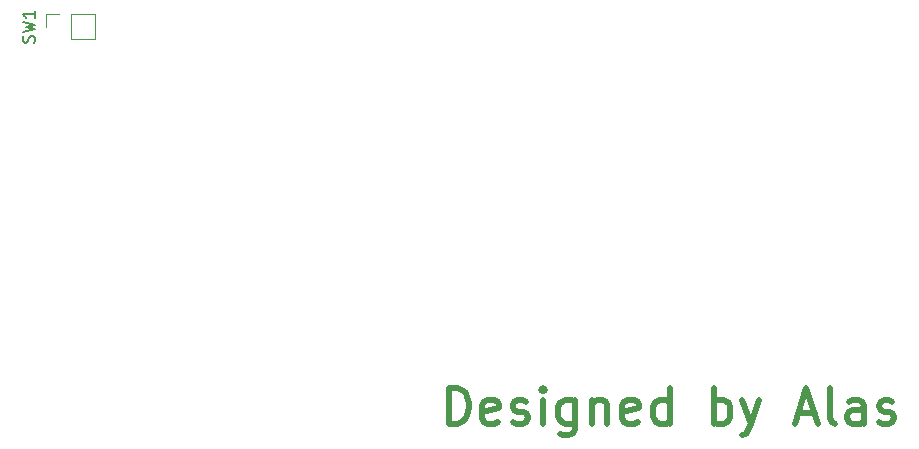
<source format=gbr>
G04 #@! TF.GenerationSoftware,KiCad,Pcbnew,(5.1.5)-3*
G04 #@! TF.CreationDate,2020-04-19T20:31:16-04:00*
G04 #@! TF.ProjectId,Squid60,53717569-6436-4302-9e6b-696361645f70,rev?*
G04 #@! TF.SameCoordinates,Original*
G04 #@! TF.FileFunction,Legend,Top*
G04 #@! TF.FilePolarity,Positive*
%FSLAX46Y46*%
G04 Gerber Fmt 4.6, Leading zero omitted, Abs format (unit mm)*
G04 Created by KiCad (PCBNEW (5.1.5)-3) date 2020-04-19 20:31:16*
%MOMM*%
%LPD*%
G04 APERTURE LIST*
%ADD10C,0.500000*%
%ADD11C,0.120000*%
%ADD12C,0.150000*%
G04 APERTURE END LIST*
D10*
X86789385Y-109281742D02*
X86789385Y-106281742D01*
X87503671Y-106281742D01*
X87932242Y-106424600D01*
X88217957Y-106710314D01*
X88360814Y-106996028D01*
X88503671Y-107567457D01*
X88503671Y-107996028D01*
X88360814Y-108567457D01*
X88217957Y-108853171D01*
X87932242Y-109138885D01*
X87503671Y-109281742D01*
X86789385Y-109281742D01*
X90932242Y-109138885D02*
X90646528Y-109281742D01*
X90075100Y-109281742D01*
X89789385Y-109138885D01*
X89646528Y-108853171D01*
X89646528Y-107710314D01*
X89789385Y-107424600D01*
X90075100Y-107281742D01*
X90646528Y-107281742D01*
X90932242Y-107424600D01*
X91075100Y-107710314D01*
X91075100Y-107996028D01*
X89646528Y-108281742D01*
X92217957Y-109138885D02*
X92503671Y-109281742D01*
X93075100Y-109281742D01*
X93360814Y-109138885D01*
X93503671Y-108853171D01*
X93503671Y-108710314D01*
X93360814Y-108424600D01*
X93075100Y-108281742D01*
X92646528Y-108281742D01*
X92360814Y-108138885D01*
X92217957Y-107853171D01*
X92217957Y-107710314D01*
X92360814Y-107424600D01*
X92646528Y-107281742D01*
X93075100Y-107281742D01*
X93360814Y-107424600D01*
X94789385Y-109281742D02*
X94789385Y-107281742D01*
X94789385Y-106281742D02*
X94646528Y-106424600D01*
X94789385Y-106567457D01*
X94932242Y-106424600D01*
X94789385Y-106281742D01*
X94789385Y-106567457D01*
X97503671Y-107281742D02*
X97503671Y-109710314D01*
X97360814Y-109996028D01*
X97217957Y-110138885D01*
X96932242Y-110281742D01*
X96503671Y-110281742D01*
X96217957Y-110138885D01*
X97503671Y-109138885D02*
X97217957Y-109281742D01*
X96646528Y-109281742D01*
X96360814Y-109138885D01*
X96217957Y-108996028D01*
X96075100Y-108710314D01*
X96075100Y-107853171D01*
X96217957Y-107567457D01*
X96360814Y-107424600D01*
X96646528Y-107281742D01*
X97217957Y-107281742D01*
X97503671Y-107424600D01*
X98932242Y-107281742D02*
X98932242Y-109281742D01*
X98932242Y-107567457D02*
X99075100Y-107424600D01*
X99360814Y-107281742D01*
X99789385Y-107281742D01*
X100075100Y-107424600D01*
X100217957Y-107710314D01*
X100217957Y-109281742D01*
X102789385Y-109138885D02*
X102503671Y-109281742D01*
X101932242Y-109281742D01*
X101646528Y-109138885D01*
X101503671Y-108853171D01*
X101503671Y-107710314D01*
X101646528Y-107424600D01*
X101932242Y-107281742D01*
X102503671Y-107281742D01*
X102789385Y-107424600D01*
X102932242Y-107710314D01*
X102932242Y-107996028D01*
X101503671Y-108281742D01*
X105503671Y-109281742D02*
X105503671Y-106281742D01*
X105503671Y-109138885D02*
X105217957Y-109281742D01*
X104646528Y-109281742D01*
X104360814Y-109138885D01*
X104217957Y-108996028D01*
X104075100Y-108710314D01*
X104075100Y-107853171D01*
X104217957Y-107567457D01*
X104360814Y-107424600D01*
X104646528Y-107281742D01*
X105217957Y-107281742D01*
X105503671Y-107424600D01*
X109217957Y-109281742D02*
X109217957Y-106281742D01*
X109217957Y-107424600D02*
X109503671Y-107281742D01*
X110075100Y-107281742D01*
X110360814Y-107424600D01*
X110503671Y-107567457D01*
X110646528Y-107853171D01*
X110646528Y-108710314D01*
X110503671Y-108996028D01*
X110360814Y-109138885D01*
X110075100Y-109281742D01*
X109503671Y-109281742D01*
X109217957Y-109138885D01*
X111646528Y-107281742D02*
X112360814Y-109281742D01*
X113075100Y-107281742D02*
X112360814Y-109281742D01*
X112075100Y-109996028D01*
X111932242Y-110138885D01*
X111646528Y-110281742D01*
X116360814Y-108424600D02*
X117789385Y-108424600D01*
X116075100Y-109281742D02*
X117075100Y-106281742D01*
X118075100Y-109281742D01*
X119503671Y-109281742D02*
X119217957Y-109138885D01*
X119075100Y-108853171D01*
X119075100Y-106281742D01*
X121932242Y-109281742D02*
X121932242Y-107710314D01*
X121789385Y-107424600D01*
X121503671Y-107281742D01*
X120932242Y-107281742D01*
X120646528Y-107424600D01*
X121932242Y-109138885D02*
X121646528Y-109281742D01*
X120932242Y-109281742D01*
X120646528Y-109138885D01*
X120503671Y-108853171D01*
X120503671Y-108567457D01*
X120646528Y-108281742D01*
X120932242Y-108138885D01*
X121646528Y-108138885D01*
X121932242Y-107996028D01*
X123217957Y-109138885D02*
X123503671Y-109281742D01*
X124075100Y-109281742D01*
X124360814Y-109138885D01*
X124503671Y-108853171D01*
X124503671Y-108710314D01*
X124360814Y-108424600D01*
X124075100Y-108281742D01*
X123646528Y-108281742D01*
X123360814Y-108138885D01*
X123217957Y-107853171D01*
X123217957Y-107710314D01*
X123360814Y-107424600D01*
X123646528Y-107281742D01*
X124075100Y-107281742D01*
X124360814Y-107424600D01*
D11*
X52718400Y-75692000D02*
X52718400Y-74632000D01*
X52718400Y-74632000D02*
X53778400Y-74632000D01*
X54778400Y-74632000D02*
X56838400Y-74632000D01*
X56838400Y-76752000D02*
X56838400Y-74632000D01*
X54778400Y-76752000D02*
X56838400Y-76752000D01*
X54778400Y-76752000D02*
X54778400Y-74632000D01*
D12*
X51683161Y-77025333D02*
X51730780Y-76882476D01*
X51730780Y-76644380D01*
X51683161Y-76549142D01*
X51635542Y-76501523D01*
X51540304Y-76453904D01*
X51445066Y-76453904D01*
X51349828Y-76501523D01*
X51302209Y-76549142D01*
X51254590Y-76644380D01*
X51206971Y-76834857D01*
X51159352Y-76930095D01*
X51111733Y-76977714D01*
X51016495Y-77025333D01*
X50921257Y-77025333D01*
X50826019Y-76977714D01*
X50778400Y-76930095D01*
X50730780Y-76834857D01*
X50730780Y-76596761D01*
X50778400Y-76453904D01*
X50730780Y-76120571D02*
X51730780Y-75882476D01*
X51016495Y-75692000D01*
X51730780Y-75501523D01*
X50730780Y-75263428D01*
X51730780Y-74358666D02*
X51730780Y-74930095D01*
X51730780Y-74644380D02*
X50730780Y-74644380D01*
X50873638Y-74739619D01*
X50968876Y-74834857D01*
X51016495Y-74930095D01*
M02*

</source>
